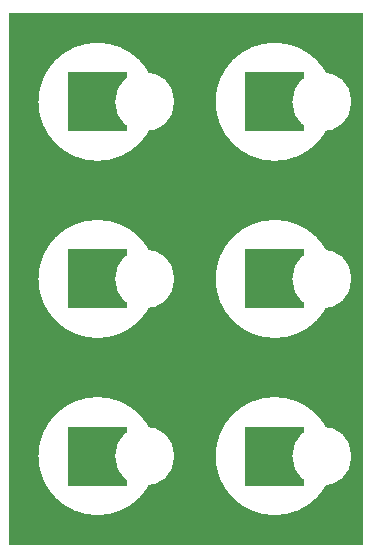
<source format=gbr>
G04 This file illustrates how to use levels to create holes*
%FSLAX25Y25*%
%MOMM*%
%SRX2Y3I15.0J15.0*%
G01*
G04 First level: big square - dark polarity*
%LPD*%
G36*
X250000Y250000D02*
X1750000D01*
Y1750000D01*
X250000D01*
Y250000D01*
G37*
G04 Second level: big circle - clear polarity*
%LPC*%
G36*
G75*
X500000Y1000000D02*
G03*
X500000Y1000000I500000J0D01*
G37*
G04 Third level: small square - dark polarity*
%LPD*%
G36*
X750000Y750000D02*
X1250000D01*
Y1250000D01*
X750000D01*
Y750000D01*
G37*
G04 Fourth level: small circle - clear polarity*
%LPC*%
G36*
G75*
X1150000Y1000000D02*
G03*
X1150000Y1000000I250000J0D01*
G37*
M02*

</source>
